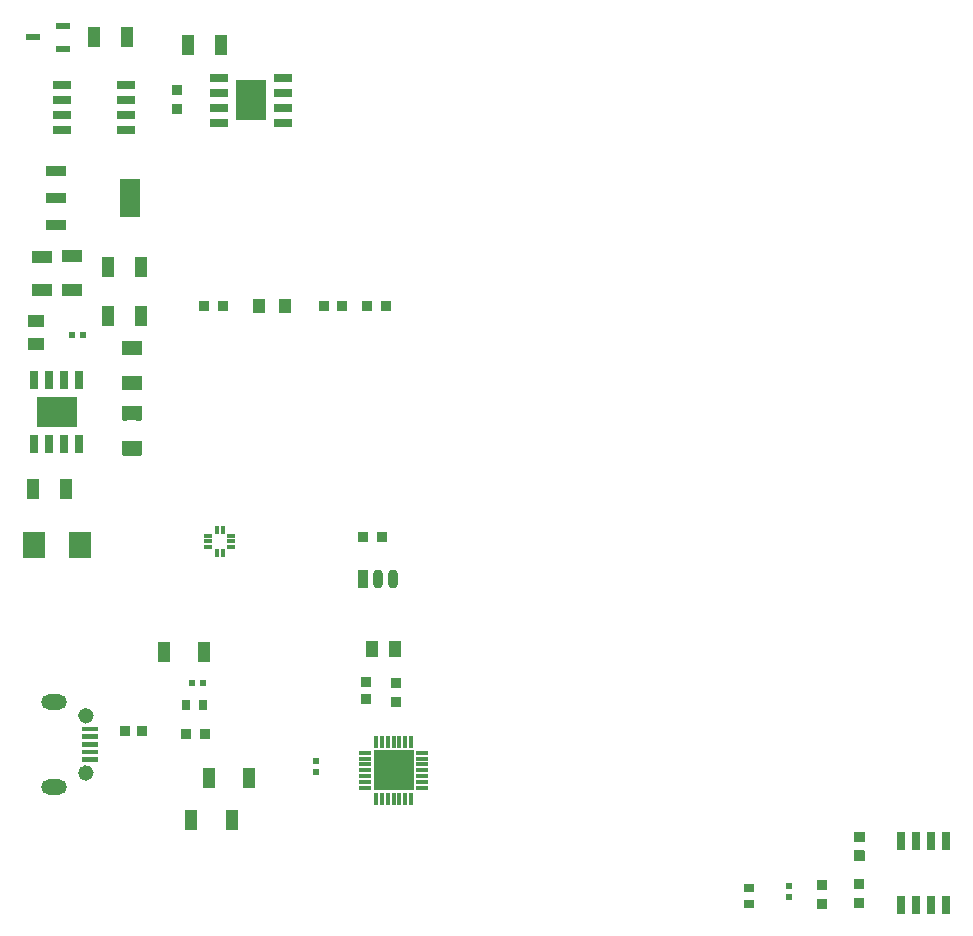
<source format=gbr>
%TF.GenerationSoftware,KiCad,Pcbnew,(6.0.2-0)*%
%TF.CreationDate,2022-03-20T10:30:07+02:00*%
%TF.ProjectId,main,6d61696e-2e6b-4696-9361-645f70636258,rev?*%
%TF.SameCoordinates,Original*%
%TF.FileFunction,Paste,Bot*%
%TF.FilePolarity,Positive*%
%FSLAX46Y46*%
G04 Gerber Fmt 4.6, Leading zero omitted, Abs format (unit mm)*
G04 Created by KiCad (PCBNEW (6.0.2-0)) date 2022-03-20 10:30:07*
%MOMM*%
%LPD*%
G01*
G04 APERTURE LIST*
%ADD10C,0.650000*%
%ADD11R,0.650000X1.525000*%
%ADD12R,0.950000X0.900000*%
%ADD13R,0.900000X0.950000*%
%ADD14R,1.750000X0.950000*%
%ADD15R,1.750000X3.200000*%
%ADD16R,0.864000X0.806000*%
%ADD17R,1.701000X1.208000*%
%ADD18R,1.050000X1.820000*%
%ADD19R,1.100000X1.700000*%
%ADD20R,1.525000X0.700000*%
%ADD21R,2.513000X3.402000*%
%ADD22R,1.400000X0.400000*%
%ADD23C,1.300000*%
%ADD24O,2.200000X1.300000*%
%ADD25R,0.620000X0.600000*%
%ADD26R,1.820000X1.050000*%
%ADD27R,1.750000X1.050000*%
%ADD28R,1.000000X0.300000*%
%ADD29R,0.300000X1.000000*%
%ADD30R,3.350000X3.350000*%
%ADD31R,0.600000X0.620000*%
%ADD32R,0.900000X1.600000*%
%ADD33O,0.900000X1.600000*%
%ADD34R,1.900000X2.200000*%
%ADD35R,0.700000X1.525000*%
%ADD36R,3.402000X2.513000*%
%ADD37R,1.450000X1.000000*%
%ADD38R,1.525000X0.650000*%
%ADD39R,0.300000X0.800000*%
%ADD40R,0.800000X0.300000*%
%ADD41R,0.940000X0.730000*%
%ADD42R,1.000000X1.250000*%
%ADD43R,1.000000X1.450000*%
%ADD44R,1.200000X0.600000*%
%ADD45R,0.730000X0.940000*%
G04 APERTURE END LIST*
%TO.C,R10*%
G36*
X162046400Y-106738200D02*
G01*
X162376400Y-106738200D01*
X162376400Y-106358200D01*
X162604400Y-106358200D01*
X162654400Y-106408200D01*
X162654400Y-107198200D01*
X162604400Y-107248200D01*
X161804400Y-107248200D01*
X161754400Y-107198200D01*
X161754400Y-106408200D01*
X161804400Y-106358200D01*
X162046400Y-106358200D01*
X162046400Y-106738200D01*
G37*
G36*
X162654400Y-104808200D02*
G01*
X162654400Y-105608200D01*
X162604400Y-105658200D01*
X162376400Y-105658200D01*
X162376400Y-105288200D01*
X162046400Y-105288200D01*
X162046400Y-105658200D01*
X161804400Y-105658200D01*
X161754400Y-105608200D01*
X161754400Y-104808200D01*
X161804400Y-104758200D01*
X162604400Y-104758200D01*
X162654400Y-104808200D01*
G37*
%TO.C,R3*%
G36*
X100311000Y-66246000D02*
G01*
X100311000Y-66457000D01*
X100411000Y-66557000D01*
X100789000Y-66557000D01*
X100889000Y-66457000D01*
X100889000Y-66246000D01*
X100989000Y-66146000D01*
X101350000Y-66146000D01*
X101450000Y-66246000D01*
X101450000Y-67254000D01*
X101350000Y-67354000D01*
X99850000Y-67354000D01*
X99750000Y-67254000D01*
X99750000Y-66246000D01*
X99850000Y-66146000D01*
X100211000Y-66146000D01*
X100311000Y-66246000D01*
G37*
G36*
X101450000Y-63288000D02*
G01*
X101450000Y-64296000D01*
X101350000Y-64396000D01*
X100989000Y-64396000D01*
X100889000Y-64296000D01*
X100889000Y-64085000D01*
X100789000Y-63985000D01*
X100411000Y-63985000D01*
X100311000Y-64085000D01*
X100311000Y-64296000D01*
X100211000Y-64396000D01*
X99850000Y-64396000D01*
X99750000Y-64296000D01*
X99750000Y-63288000D01*
X99850000Y-63188000D01*
X101350000Y-63188000D01*
X101450000Y-63288000D01*
G37*
D10*
%TO.C,U4*%
X97030000Y-99783200D02*
G75*
G03*
X97030000Y-99783200I-325000J0D01*
G01*
X97030000Y-94933200D02*
G75*
G03*
X97030000Y-94933200I-325000J0D01*
G01*
G36*
X97777000Y-98858200D02*
G01*
X96377000Y-98858200D01*
X96377000Y-98458200D01*
X97777000Y-98458200D01*
X97777000Y-98858200D01*
G37*
G36*
X97777000Y-96258200D02*
G01*
X96377000Y-96258200D01*
X96377000Y-95858200D01*
X97777000Y-95858200D01*
X97777000Y-96258200D01*
G37*
G36*
X97777000Y-97558200D02*
G01*
X96377000Y-97558200D01*
X96377000Y-97158200D01*
X97777000Y-97158200D01*
X97777000Y-97558200D01*
G37*
G36*
X97777000Y-98208200D02*
G01*
X96377000Y-98208200D01*
X96377000Y-97808200D01*
X97777000Y-97808200D01*
X97777000Y-98208200D01*
G37*
G36*
X97777000Y-96908200D02*
G01*
X96377000Y-96908200D01*
X96377000Y-96508200D01*
X97777000Y-96508200D01*
X97777000Y-96908200D01*
G37*
%TO.C,R4*%
G36*
X101450000Y-68846000D02*
G01*
X101450000Y-69854000D01*
X101350000Y-69954000D01*
X100989000Y-69954000D01*
X100889000Y-69854000D01*
X100889000Y-69643000D01*
X100789000Y-69543000D01*
X100411000Y-69543000D01*
X100311000Y-69643000D01*
X100311000Y-69854000D01*
X100211000Y-69954000D01*
X99850000Y-69954000D01*
X99750000Y-69854000D01*
X99750000Y-68846000D01*
X99850000Y-68746000D01*
X101350000Y-68746000D01*
X101450000Y-68846000D01*
G37*
G36*
X100311000Y-71804000D02*
G01*
X100311000Y-72015000D01*
X100411000Y-72115000D01*
X100789000Y-72115000D01*
X100889000Y-72015000D01*
X100889000Y-71804000D01*
X100989000Y-71704000D01*
X101350000Y-71704000D01*
X101450000Y-71804000D01*
X101450000Y-72812000D01*
X101350000Y-72912000D01*
X99850000Y-72912000D01*
X99750000Y-72812000D01*
X99750000Y-71804000D01*
X99850000Y-71704000D01*
X100211000Y-71704000D01*
X100311000Y-71804000D01*
G37*
%TD*%
D11*
%TO.C,U3*%
X165735000Y-105517400D03*
X167005000Y-105517400D03*
X168275000Y-105517400D03*
X169545000Y-105517400D03*
X169545000Y-110941400D03*
X168275000Y-110941400D03*
X167005000Y-110941400D03*
X165735000Y-110941400D03*
%TD*%
D12*
%TO.C,R13*%
X123000000Y-93750000D03*
X123000000Y-92150000D03*
%TD*%
D13*
%TO.C,R11*%
X106800000Y-96500000D03*
X105200000Y-96500000D03*
%TD*%
D14*
%TO.C,IC4*%
X94182400Y-53379400D03*
X94182400Y-51079400D03*
X94182400Y-48779400D03*
D15*
X100482400Y-51079400D03*
%TD*%
D16*
%TO.C,R10*%
X162204400Y-106756200D03*
X162204400Y-105250200D03*
%TD*%
D17*
%TO.C,R3*%
X100600000Y-63792000D03*
X100600000Y-66750000D03*
%TD*%
D18*
%TO.C,C4*%
X100214400Y-37490400D03*
X97434400Y-37490400D03*
%TD*%
%TO.C,C8*%
X101390000Y-56946800D03*
X98610000Y-56946800D03*
%TD*%
D19*
%TO.C,D6*%
X105650000Y-103800000D03*
X109050000Y-103800000D03*
%TD*%
D20*
%TO.C,IC3*%
X107938000Y-44755000D03*
X107938000Y-43485000D03*
X107938000Y-42215000D03*
X107938000Y-40945000D03*
X113362000Y-40945000D03*
X113362000Y-42215000D03*
X113362000Y-43485000D03*
X113362000Y-44755000D03*
D21*
X110650000Y-42850000D03*
%TD*%
D22*
%TO.C,U4*%
X97077000Y-98658200D03*
X97077000Y-98008200D03*
X97077000Y-97358200D03*
X97077000Y-96708200D03*
X97077000Y-96058200D03*
D23*
X96705000Y-94933200D03*
D24*
X94035000Y-93758200D03*
X94035000Y-100958200D03*
D23*
X96705000Y-99783200D03*
%TD*%
D12*
%TO.C,R8*%
X159054800Y-109258200D03*
X159054800Y-110858200D03*
%TD*%
D13*
%TO.C,D1*%
X116898000Y-60248800D03*
X118398000Y-60248800D03*
%TD*%
D19*
%TO.C,D4*%
X106750000Y-89550000D03*
X103350000Y-89550000D03*
%TD*%
D25*
%TO.C,C12*%
X116150000Y-98800000D03*
X116150000Y-99720000D03*
%TD*%
D26*
%TO.C,C3*%
X93000000Y-56110000D03*
X93000000Y-58890000D03*
%TD*%
D12*
%TO.C,D8*%
X120400000Y-93550000D03*
X120400000Y-92050000D03*
%TD*%
D19*
%TO.C,D5*%
X110500000Y-100250000D03*
X107100000Y-100250000D03*
%TD*%
D27*
%TO.C,R5*%
X95550000Y-56000000D03*
X95550000Y-58900000D03*
%TD*%
D28*
%TO.C,IC5*%
X120358200Y-101068000D03*
X120358200Y-100568000D03*
X120358200Y-100068000D03*
X120358200Y-99568000D03*
X120358200Y-99068000D03*
X120358200Y-98568000D03*
X120358200Y-98068000D03*
D29*
X121258200Y-97168000D03*
X121758200Y-97168000D03*
X122258200Y-97168000D03*
X122758200Y-97168000D03*
X123258200Y-97168000D03*
X123758200Y-97168000D03*
X124258200Y-97168000D03*
D28*
X125158200Y-98068000D03*
X125158200Y-98568000D03*
X125158200Y-99068000D03*
X125158200Y-99568000D03*
X125158200Y-100068000D03*
X125158200Y-100568000D03*
X125158200Y-101068000D03*
D29*
X124258200Y-101968000D03*
X123758200Y-101968000D03*
X123258200Y-101968000D03*
X122758200Y-101968000D03*
X122258200Y-101968000D03*
X121758200Y-101968000D03*
X121258200Y-101968000D03*
D30*
X122758200Y-99568000D03*
%TD*%
D31*
%TO.C,C5*%
X96450000Y-62700000D03*
X95530000Y-62700000D03*
%TD*%
D12*
%TO.C,R9*%
X162179000Y-110769400D03*
X162179000Y-109169400D03*
%TD*%
D32*
%TO.C,U1*%
X120142000Y-83341690D03*
D33*
X121412000Y-83341690D03*
X122682000Y-83341690D03*
%TD*%
D34*
%TO.C,L1*%
X92350000Y-80500000D03*
X96250000Y-80500000D03*
%TD*%
D17*
%TO.C,R4*%
X100600000Y-69350000D03*
X100600000Y-72308000D03*
%TD*%
D35*
%TO.C,IC2*%
X96155000Y-71962000D03*
X94885000Y-71962000D03*
X93615000Y-71962000D03*
X92345000Y-71962000D03*
X92345000Y-66538000D03*
X93615000Y-66538000D03*
X94885000Y-66538000D03*
X96155000Y-66538000D03*
D36*
X94250000Y-69250000D03*
%TD*%
D37*
%TO.C,R6*%
X92500000Y-61550000D03*
X92500000Y-63450000D03*
%TD*%
D38*
%TO.C,IC1*%
X100121000Y-41529000D03*
X100121000Y-42799000D03*
X100121000Y-44069000D03*
X100121000Y-45339000D03*
X94697000Y-45339000D03*
X94697000Y-44069000D03*
X94697000Y-42799000D03*
X94697000Y-41529000D03*
%TD*%
D39*
%TO.C,U2*%
X107776200Y-79187800D03*
X108276200Y-79187800D03*
D40*
X108976200Y-79687800D03*
X108976200Y-80187800D03*
X108976200Y-80687800D03*
D39*
X108276200Y-81187800D03*
X107776200Y-81187800D03*
D40*
X107076200Y-80687800D03*
X107076200Y-80187800D03*
X107076200Y-79687800D03*
%TD*%
D41*
%TO.C,C6*%
X152857200Y-109499400D03*
X152857200Y-110919400D03*
%TD*%
D25*
%TO.C,C10*%
X156210000Y-109372400D03*
X156210000Y-110292400D03*
%TD*%
D12*
%TO.C,R7*%
X104400000Y-43550000D03*
X104400000Y-41950000D03*
%TD*%
D13*
%TO.C,D7*%
X100000000Y-96250000D03*
X101500000Y-96250000D03*
%TD*%
D18*
%TO.C,C7*%
X101390000Y-61061600D03*
X98610000Y-61061600D03*
%TD*%
%TO.C,C1*%
X92220000Y-75750000D03*
X95000000Y-75750000D03*
%TD*%
D13*
%TO.C,C9*%
X121793000Y-79781400D03*
X120193000Y-79781400D03*
%TD*%
%TO.C,R1*%
X122079400Y-60248800D03*
X120479400Y-60248800D03*
%TD*%
D42*
%TO.C,D2*%
X113545200Y-60223400D03*
X111345200Y-60223400D03*
%TD*%
D18*
%TO.C,C2*%
X108150000Y-38150000D03*
X105370000Y-38150000D03*
%TD*%
D43*
%TO.C,R12*%
X122850000Y-89250000D03*
X120950000Y-89250000D03*
%TD*%
D44*
%TO.C,Q1*%
X94750000Y-36550000D03*
X94750000Y-38450000D03*
X92250000Y-37500000D03*
%TD*%
D13*
%TO.C,R2*%
X106700000Y-60274200D03*
X108300000Y-60274200D03*
%TD*%
D45*
%TO.C,C11*%
X105208000Y-94056200D03*
X106628000Y-94056200D03*
%TD*%
D31*
%TO.C,C13*%
X105687800Y-92176600D03*
X106607800Y-92176600D03*
%TD*%
M02*

</source>
